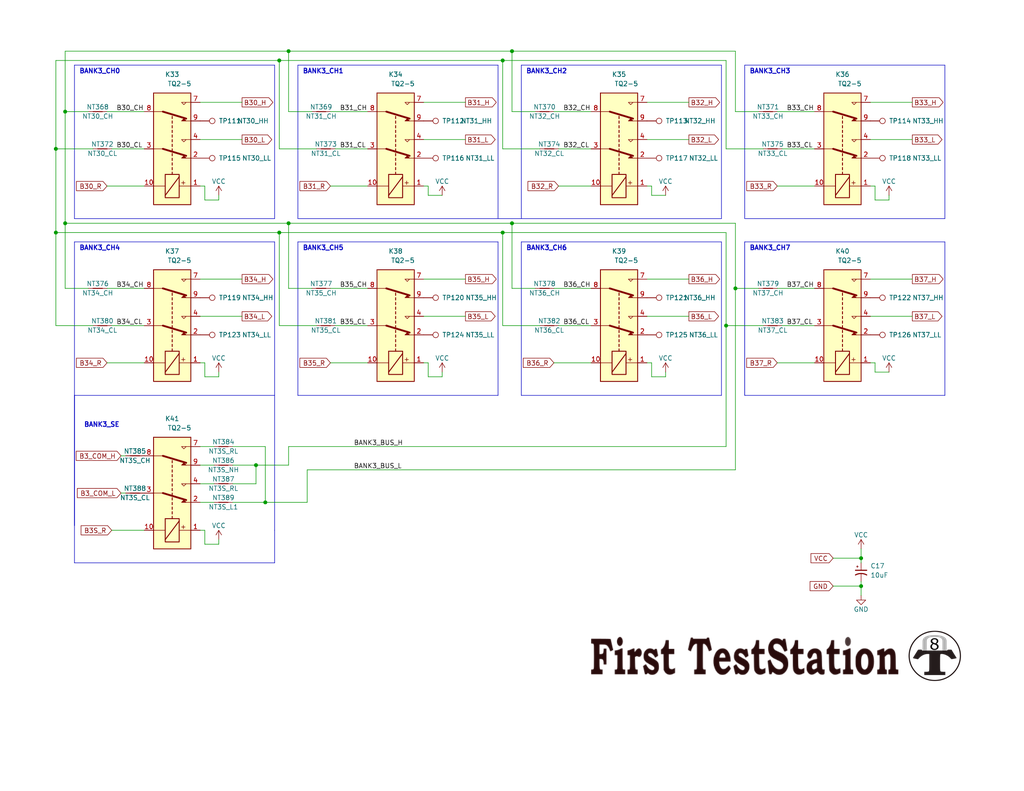
<source format=kicad_sch>
(kicad_sch (version 20230121) (generator eeschema)
  (paper "A")
  (title_block (title "Interconnect IO Board  640-1000-011") (date "2024-10-12") (rev "1.1"))
  (lib_symbols
    (symbol "Library:C_Polarized_Small_US" (pin_numbers hide) (pin_names (offset 0.254) hide)
      (property "Reference" "C" (at 0.254 1.778 0))
      (property "Value" "C_Polarized_Small_US" (at 0.254 -2.032 0))
      (symbol "C_Polarized_Small_US_0_1"
        (polyline (pts (xy -1.524 0.508) (xy 1.524 0.508)) (stroke (width 0.3048)))
        (polyline (pts (xy -1.27 1.524) (xy -0.762 1.524)))
        (polyline (pts (xy -1.016 1.27) (xy -1.016 1.778)))
        (arc (start 1.524 -0.762) (mid 0 -0.3734) (end -1.524 -0.762) (stroke (width 0.3048)))
      )
      (symbol "C_Polarized_Small_US_1_1"
        (pin passive line (at 0 2.54 270) (length 2.032) (name "~") (number "1"))
        (pin passive line (at 0 -2.54 90) (length 2.032) (name "~") (number "2"))
      )
    )
    (symbol "Library:NetTie_2" (pin_numbers hide) (pin_names (offset 0) hide)
      (property "Reference" "NT" (at 0 1.27 0))
      (property "Value" "NetTie_2" (at 0 -1.27 0))
      (symbol "NetTie_2_0_1"
        (polyline (pts (xy -1.27 0) (xy 1.27 0)) (stroke (width 0.254)))
      )
      (symbol "NetTie_2_1_1"
        (pin passive line (at -2.54 0 0) (length 2.54) (name "1") (number "1"))
        (pin passive line (at 2.54 0 180) (length 2.54) (name "2") (number "2"))
      )
    )
    (symbol "Library:TQ2-5"
      (property "Reference" "K?" (at 17.78 1.2701 0))
      (property "Value" "TQ2-5" (at 17.78 -1.2699 0))
      (symbol "TQ2-5_0_0"
        (text "+" (at -9.271 2.921 0) (effects (font (size 1.27 1.27))))
      )
      (symbol "TQ2-5_0_1"
        (rectangle (start -15.24 5.08) (end 15.24 -5.08) (stroke (width 0.254)) (fill (type background)))
        (rectangle (start -13.335 1.905) (end -6.985 -1.905) (stroke (width 0.254)))
        (polyline (pts (xy -12.7 -1.905) (xy -7.62 1.905)) (stroke (width 0.254)))
        (polyline (pts (xy -10.16 -5.08) (xy -10.16 -1.905)))
        (polyline (pts (xy -10.16 5.08) (xy -10.16 1.905)))
        (polyline (pts (xy -6.985 0) (xy -6.35 0)) (stroke (width 0.254)))
        (polyline (pts (xy -5.715 0) (xy -5.08 0)) (stroke (width 0.254)))
        (polyline (pts (xy -4.445 0) (xy -3.81 0)) (stroke (width 0.254)))
        (polyline (pts (xy -3.175 0) (xy -2.54 0)) (stroke (width 0.254)))
        (polyline (pts (xy -1.905 0) (xy -1.27 0)) (stroke (width 0.254)))
        (polyline (pts (xy -0.635 0) (xy 0 0)) (stroke (width 0.254)))
        (polyline (pts (xy 0 -2.54) (xy -1.905 3.81)) (stroke (width 0.508)))
        (polyline (pts (xy 0 -2.54) (xy 0 -5.08)))
        (polyline (pts (xy 0.635 0) (xy 1.27 0)) (stroke (width 0.254)))
        (polyline (pts (xy 1.905 0) (xy 2.54 0)) (stroke (width 0.254)))
        (polyline (pts (xy 3.175 0) (xy 3.81 0)) (stroke (width 0.254)))
        (polyline (pts (xy 4.445 0) (xy 5.08 0)) (stroke (width 0.254)))
        (polyline (pts (xy 5.715 0) (xy 6.35 0)) (stroke (width 0.254)))
        (polyline (pts (xy 6.985 0) (xy 7.62 0)) (stroke (width 0.254)))
        (polyline (pts (xy 8.255 0) (xy 8.89 0)) (stroke (width 0.254)))
        (polyline (pts (xy 10.16 -2.54) (xy 8.255 3.81)) (stroke (width 0.508)))
        (polyline (pts (xy 10.16 -2.54) (xy 10.16 -5.08)))
        (polyline (pts (xy -2.54 5.08) (xy -2.54 2.54) (xy -1.905 3.175) (xy -2.54 3.81)) (fill (type outline)))
        (polyline (pts (xy 2.54 5.08) (xy 2.54 2.54) (xy 1.905 3.175) (xy 2.54 3.81)))
        (polyline (pts (xy 7.62 5.08) (xy 7.62 2.54) (xy 8.255 3.175) (xy 7.62 3.81)) (fill (type outline)))
        (polyline (pts (xy 12.7 5.08) (xy 12.7 2.54) (xy 12.065 3.175) (xy 12.7 3.81)))
      )
      (symbol "TQ2-5_1_1"
        (pin passive line (at -10.16 7.62 270) (length 2.54) (name "~") (number "1"))
        (pin passive line (at -10.16 -7.62 90) (length 2.54) (name "~") (number "10"))
        (pin passive line (at -2.54 7.62 270) (length 2.54) (name "~") (number "2"))
        (pin passive line (at 0 -7.62 90) (length 2.54) (name "~") (number "3"))
        (pin passive line (at 2.54 7.62 270) (length 2.54) (name "~") (number "4"))
        (pin passive line (at 12.7 7.62 270) (length 2.54) (name "~") (number "7"))
        (pin passive line (at 10.16 -7.62 90) (length 2.54) (name "~") (number "8"))
        (pin passive line (at 7.62 7.62 270) (length 2.54) (name "~") (number "9"))
      )
    )
    (symbol "Library:TestPoint" (pin_numbers hide) (pin_names (offset 0.762) hide)
      (property "Reference" "TP" (at 0 6.858 0))
      (property "Value" "TestPoint" (at 0 5.08 0))
      (symbol "TestPoint_0_1"
        (circle (center 0 3.302) (radius 0.762))
      )
      (symbol "TestPoint_1_1"
        (pin passive line (at 0 0 90) (length 2.54) (name "1") (number "1"))
      )
    )
    (symbol "power:GND" (power) (pin_names (offset 0))
      (property "Value" "GND" (at 0 -3.81 0))
      (symbol "GND_0_1"
        (polyline (pts (xy 0 0) (xy 0 -1.27) (xy 1.27 -1.27) (xy 0 -2.54) (xy -1.27 -1.27) (xy 0 -1.27)))
      )
      (symbol "GND_1_1"
        (pin power_in line (at 0 0 270) (length 0) hide (name "GND") (number "1"))
      )
    )
    (symbol "power:VCC" (power) (pin_names (offset 0))
      (property "Value" "VCC" (at 0 3.81 0))
      (symbol "VCC_0_1"
        (polyline (pts (xy -0.762 1.27) (xy 0 2.54)))
        (polyline (pts (xy 0 0) (xy 0 2.54)))
        (polyline (pts (xy 0 2.54) (xy 0.762 1.27)))
      )
      (symbol "VCC_1_1"
        (pin power_in line (at 0 0 90) (length 0) hide (name "VCC") (number "1"))
      )
    )
  )
  (junction (at 17.78 30.48))
  (junction (at 200.66 78.74))
  (junction (at 137.16 63.5))
  (junction (at 78.74 13.97))
  (junction (at 139.7 60.96))
  (junction (at 234.95 152.4))
  (junction (at 139.7 13.97))
  (junction (at 76.2 63.5))
  (junction (at 76.2 16.51))
  (junction (at 78.74 60.96))
  (junction (at 17.78 60.96))
  (junction (at 69.85 127))
  (junction (at 137.16 16.51))
  (junction (at 198.12 88.9))
  (junction (at 15.24 40.64))
  (junction (at 15.24 63.5))
  (junction (at 72.39 137.16))
  (junction (at 234.95 160.02))
  (wire (pts (xy 137.16 63.5) (xy 198.12 63.5)))
  (wire (pts (xy 30.48 144.78) (xy 39.37 144.78)))
  (polyline (pts (xy 196.85 17.78) (xy 142.24 17.78)))
  (wire (pts (xy 177.8 99.06) (xy 177.8 102.87)))
  (wire (pts (xy 212.09 78.74) (xy 222.25 78.74)))
  (wire (pts (xy 238.76 50.8) (xy 238.76 54.61)))
  (wire (pts (xy 17.78 78.74) (xy 17.78 60.96)))
  (wire (pts (xy 78.74 121.92) (xy 198.12 121.92)))
  (wire (pts (xy 212.09 30.48) (xy 222.25 30.48)))
  (polyline (pts (xy 196.85 59.69) (xy 196.85 17.78)))
  (wire (pts (xy 55.88 144.78) (xy 55.88 148.59)))
  (wire (pts (xy 198.12 88.9) (xy 208.28 88.9)))
  (wire (pts (xy 91.44 40.64) (xy 100.33 40.64)))
  (wire (pts (xy 55.88 50.8) (xy 55.88 54.61)))
  (wire (pts (xy 120.65 101.6) (xy 120.65 102.87)))
  (wire (pts (xy 15.24 40.64) (xy 25.4 40.64)))
  (polyline (pts (xy 20.32 107.95) (xy 20.32 153.67)))
  (wire (pts (xy 115.57 76.2) (xy 127 76.2)))
  (wire (pts (xy 76.2 16.51) (xy 137.16 16.51)))
  (wire (pts (xy 15.24 63.5) (xy 76.2 63.5)))
  (wire (pts (xy 63.5 127) (xy 69.85 127)))
  (polyline (pts (xy 20.32 107.95) (xy 20.32 143.51)))
  (wire (pts (xy 29.21 99.06) (xy 39.37 99.06)))
  (wire (pts (xy 176.53 76.2) (xy 187.96 76.2)))
  (polyline (pts (xy 74.93 144.78) (xy 74.93 66.04)))
  (wire (pts (xy 238.76 99.06) (xy 237.49 99.06)))
  (wire (pts (xy 115.57 86.36) (xy 127 86.36)))
  (polyline (pts (xy 257.81 107.95) (xy 257.81 66.04)))
  (wire (pts (xy 151.13 99.06) (xy 161.29 99.06)))
  (wire (pts (xy 151.13 78.74) (xy 161.29 78.74)))
  (polyline (pts (xy 203.2 59.69) (xy 257.81 59.69)))
  (wire (pts (xy 55.88 99.06) (xy 55.88 102.87)))
  (polyline (pts (xy 74.93 153.67) (xy 74.93 144.78)))
  (polyline (pts (xy 74.93 17.78) (xy 20.32 17.78)))
  (wire (pts (xy 29.21 30.48) (xy 39.37 30.48)))
  (wire (pts (xy 115.57 38.1) (xy 127 38.1)))
  (wire (pts (xy 55.88 99.06) (xy 54.61 99.06)))
  (polyline (pts (xy 142.24 17.78) (xy 142.24 59.69)))
  (wire (pts (xy 85.09 30.48) (xy 78.74 30.48)))
  (wire (pts (xy 55.88 50.8) (xy 54.61 50.8)))
  (wire (pts (xy 152.4 88.9) (xy 161.29 88.9)))
  (wire (pts (xy 212.09 99.06) (xy 222.25 99.06)))
  (wire (pts (xy 200.66 78.74) (xy 200.66 128.27)))
  (wire (pts (xy 59.69 101.6) (xy 59.69 102.87)))
  (wire (pts (xy 54.61 127) (xy 58.42 127)))
  (wire (pts (xy 139.7 30.48) (xy 139.7 13.97)))
  (wire (pts (xy 54.61 86.36) (xy 66.04 86.36)))
  (wire (pts (xy 120.65 102.87) (xy 116.84 102.87)))
  (wire (pts (xy 54.61 27.94) (xy 66.04 27.94)))
  (polyline (pts (xy 135.89 59.69) (xy 135.89 17.78)))
  (polyline (pts (xy 196.85 66.04) (xy 142.24 66.04)))
  (polyline (pts (xy 203.2 66.04) (xy 203.2 107.95)))
  (wire (pts (xy 15.24 88.9) (xy 25.4 88.9)))
  (wire (pts (xy 198.12 121.92) (xy 198.12 88.9)))
  (wire (pts (xy 17.78 13.97) (xy 17.78 30.48)))
  (wire (pts (xy 237.49 27.94) (xy 248.92 27.94)))
  (wire (pts (xy 33.02 124.46) (xy 34.29 124.46)))
  (wire (pts (xy 54.61 38.1) (xy 66.04 38.1)))
  (wire (pts (xy 33.02 134.62) (xy 34.29 134.62)))
  (wire (pts (xy 227.33 160.02) (xy 234.95 160.02)))
  (polyline (pts (xy 135.89 66.04) (xy 81.28 66.04)))
  (wire (pts (xy 234.95 160.02) (xy 234.95 158.75)))
  (wire (pts (xy 54.61 121.92) (xy 58.42 121.92)))
  (wire (pts (xy 237.49 38.1) (xy 248.92 38.1)))
  (wire (pts (xy 181.61 53.34) (xy 177.8 53.34)))
  (wire (pts (xy 54.61 132.08) (xy 58.42 132.08)))
  (wire (pts (xy 116.84 99.06) (xy 116.84 102.87)))
  (wire (pts (xy 59.69 147.32) (xy 59.69 148.59)))
  (wire (pts (xy 237.49 86.36) (xy 248.92 86.36)))
  (wire (pts (xy 200.66 60.96) (xy 139.7 60.96)))
  (wire (pts (xy 91.44 88.9) (xy 100.33 88.9)))
  (wire (pts (xy 76.2 40.64) (xy 76.2 16.51)))
  (wire (pts (xy 63.5 121.92) (xy 72.39 121.92)))
  (polyline (pts (xy 142.24 59.69) (xy 196.85 59.69)))
  (polyline (pts (xy 196.85 107.95) (xy 196.85 66.04)))
  (polyline (pts (xy 74.93 59.69) (xy 74.93 17.78)))
  (wire (pts (xy 137.16 63.5) (xy 137.16 88.9)))
  (wire (pts (xy 176.53 27.94) (xy 187.96 27.94)))
  (wire (pts (xy 17.78 30.48) (xy 24.13 30.48)))
  (wire (pts (xy 242.57 54.61) (xy 238.76 54.61)))
  (wire (pts (xy 83.82 137.16) (xy 72.39 137.16)))
  (wire (pts (xy 212.09 50.8) (xy 222.25 50.8)))
  (wire (pts (xy 69.85 127) (xy 78.74 127)))
  (wire (pts (xy 139.7 60.96) (xy 139.7 78.74)))
  (wire (pts (xy 200.66 128.27) (xy 83.82 128.27)))
  (polyline (pts (xy 257.81 17.78) (xy 203.2 17.78)))
  (wire (pts (xy 137.16 16.51) (xy 137.16 40.64)))
  (wire (pts (xy 200.66 30.48) (xy 200.66 13.97)))
  (wire (pts (xy 54.61 137.16) (xy 58.42 137.16)))
  (wire (pts (xy 90.17 99.06) (xy 100.33 99.06)))
  (wire (pts (xy 15.24 63.5) (xy 15.24 40.64)))
  (polyline (pts (xy 203.2 66.04) (xy 203.2 107.95)))
  (wire (pts (xy 115.57 27.94) (xy 127 27.94)))
  (polyline (pts (xy 81.28 59.69) (xy 135.89 59.69)))
  (wire (pts (xy 116.84 50.8) (xy 115.57 50.8)))
  (polyline (pts (xy 142.24 107.95) (xy 196.85 107.95)))
  (wire (pts (xy 213.36 40.64) (xy 222.25 40.64)))
  (wire (pts (xy 176.53 38.1) (xy 187.96 38.1)))
  (polyline (pts (xy 203.2 107.95) (xy 257.81 107.95)))
  (wire (pts (xy 17.78 60.96) (xy 17.78 30.48)))
  (wire (pts (xy 181.61 101.6) (xy 181.61 102.87)))
  (wire (pts (xy 55.88 144.78) (xy 54.61 144.78)))
  (wire (pts (xy 116.84 99.06) (xy 115.57 99.06)))
  (wire (pts (xy 139.7 13.97) (xy 78.74 13.97)))
  (polyline (pts (xy 81.28 107.95) (xy 81.28 66.04)))
  (wire (pts (xy 177.8 50.8) (xy 176.53 50.8)))
  (wire (pts (xy 76.2 88.9) (xy 86.36 88.9)))
  (wire (pts (xy 24.13 78.74) (xy 17.78 78.74)))
  (wire (pts (xy 15.24 16.51) (xy 76.2 16.51)))
  (wire (pts (xy 63.5 132.08) (xy 69.85 132.08)))
  (wire (pts (xy 69.85 132.08) (xy 69.85 127)))
  (wire (pts (xy 237.49 76.2) (xy 248.92 76.2)))
  (wire (pts (xy 30.48 40.64) (xy 39.37 40.64)))
  (polyline (pts (xy 20.32 153.67) (xy 74.93 153.67)))
  (wire (pts (xy 198.12 40.64) (xy 198.12 16.51)))
  (wire (pts (xy 17.78 60.96) (xy 78.74 60.96)))
  (wire (pts (xy 29.21 78.74) (xy 39.37 78.74)))
  (wire (pts (xy 15.24 40.64) (xy 15.24 16.51)))
  (wire (pts (xy 29.21 50.8) (xy 39.37 50.8)))
  (wire (pts (xy 207.01 78.74) (xy 200.66 78.74)))
  (wire (pts (xy 78.74 60.96) (xy 139.7 60.96)))
  (wire (pts (xy 76.2 63.5) (xy 76.2 88.9)))
  (wire (pts (xy 72.39 137.16) (xy 63.5 137.16)))
  (wire (pts (xy 238.76 50.8) (xy 237.49 50.8)))
  (wire (pts (xy 76.2 40.64) (xy 86.36 40.64)))
  (wire (pts (xy 59.69 53.34) (xy 59.69 54.61)))
  (polyline (pts (xy 74.93 107.95) (xy 20.32 107.95)))
  (wire (pts (xy 116.84 50.8) (xy 116.84 53.34)))
  (wire (pts (xy 177.8 50.8) (xy 177.8 53.34)))
  (wire (pts (xy 181.61 102.87) (xy 177.8 102.87)))
  (wire (pts (xy 152.4 40.64) (xy 161.29 40.64)))
  (wire (pts (xy 198.12 16.51) (xy 137.16 16.51)))
  (wire (pts (xy 59.69 148.59) (xy 55.88 148.59)))
  (wire (pts (xy 234.95 149.86) (xy 234.95 152.4)))
  (wire (pts (xy 78.74 78.74) (xy 85.09 78.74)))
  (polyline (pts (xy 20.32 66.04) (xy 20.32 107.95)))
  (wire (pts (xy 227.33 152.4) (xy 234.95 152.4)))
  (wire (pts (xy 78.74 13.97) (xy 17.78 13.97)))
  (wire (pts (xy 198.12 63.5) (xy 198.12 88.9)))
  (wire (pts (xy 30.48 88.9) (xy 39.37 88.9)))
  (wire (pts (xy 176.53 86.36) (xy 187.96 86.36)))
  (wire (pts (xy 90.17 50.8) (xy 100.33 50.8)))
  (polyline (pts (xy 81.28 107.95) (xy 135.89 107.95)))
  (wire (pts (xy 76.2 63.5) (xy 137.16 63.5)))
  (wire (pts (xy 152.4 50.8) (xy 161.29 50.8)))
  (wire (pts (xy 90.17 78.74) (xy 100.33 78.74)))
  (polyline (pts (xy 20.32 59.69) (xy 74.93 59.69)))
  (wire (pts (xy 242.57 53.34) (xy 242.57 54.61)))
  (wire (pts (xy 78.74 30.48) (xy 78.74 13.97)))
  (wire (pts (xy 234.95 160.02) (xy 234.95 162.56)))
  (wire (pts (xy 78.74 60.96) (xy 78.74 78.74)))
  (wire (pts (xy 177.8 99.06) (xy 176.53 99.06)))
  (polyline (pts (xy 257.81 59.69) (xy 257.81 17.78)))
  (polyline (pts (xy 135.89 17.78) (xy 81.28 17.78)))
  (polyline (pts (xy 203.2 17.78) (xy 203.2 59.69)))
  (polyline (pts (xy 81.28 17.78) (xy 81.28 59.69)))
  (wire (pts (xy 90.17 30.48) (xy 100.33 30.48)))
  (wire (pts (xy 200.66 13.97) (xy 139.7 13.97)))
  (wire (pts (xy 59.69 54.61) (xy 55.88 54.61)))
  (wire (pts (xy 72.39 121.92) (xy 72.39 137.16)))
  (polyline (pts (xy 142.24 107.95) (xy 142.24 66.04)))
  (polyline (pts (xy 135.89 107.95) (xy 135.89 66.04)))
  (polyline (pts (xy 257.81 66.04) (xy 203.2 66.04)))
  (polyline (pts (xy 135.89 59.69) (xy 142.24 59.69)))
  (wire (pts (xy 200.66 78.74) (xy 200.66 60.96)))
  (wire (pts (xy 83.82 128.27) (xy 83.82 137.16)))
  (wire (pts (xy 234.95 152.4) (xy 234.95 153.67)))
  (wire (pts (xy 242.57 101.6) (xy 238.76 101.6)))
  (wire (pts (xy 198.12 40.64) (xy 208.28 40.64)))
  (wire (pts (xy 137.16 88.9) (xy 147.32 88.9)))
  (wire (pts (xy 146.05 30.48) (xy 139.7 30.48)))
  (wire (pts (xy 120.65 53.34) (xy 116.84 53.34)))
  (wire (pts (xy 151.13 30.48) (xy 161.29 30.48)))
  (wire (pts (xy 78.74 121.92) (xy 78.74 127)))
  (polyline (pts (xy 74.93 66.04) (xy 20.32 66.04)))
  (wire (pts (xy 59.69 102.87) (xy 55.88 102.87)))
  (wire (pts (xy 54.61 76.2) (xy 66.04 76.2)))
  (wire (pts (xy 15.24 63.5) (xy 15.24 88.9)))
  (wire (pts (xy 238.76 99.06) (xy 238.76 101.6)))
  (wire (pts (xy 137.16 40.64) (xy 147.32 40.64)))
  (wire (pts (xy 213.36 88.9) (xy 222.25 88.9)))
  (wire (pts (xy 207.01 30.48) (xy 200.66 30.48)))
  (wire (pts (xy 139.7 78.74) (xy 146.05 78.74)))
  (polyline (pts (xy 20.32 17.78) (xy 20.32 59.69)))
  (image (at 255.27 179.07))
  (image (at 203.2 179.07) (scale 2.13772))
  (text "BANK3_SE" (at 22.86 116.84 0) (effects (font (size 1.27 1.27) (thickness 0.254) bold) (justify left bottom)))
  (text "BANK3_CH6" (at 143.51 68.58 0) (effects (font (size 1.27 1.27) (thickness 0.254) bold) (justify left bottom)))
  (text "BANK3_CH5" (at 82.55 68.58 0) (effects (font (size 1.27 1.27) (thickness 0.254) bold) (justify left bottom)))
  (text "BANK3_CH1" (at 82.55 20.32 0) (effects (font (size 1.27 1.27) (thickness 0.254) bold) (justify left bottom)))
  (text "BANK3_CH4" (at 21.59 68.58 0) (effects (font (size 1.27 1.27) (thickness 0.254) bold) (justify left bottom)))
  (text "BANK3_CH3" (at 204.47 20.32 0) (effects (font (size 1.27 1.27) (thickness 0.254) bold) (justify left bottom)))
  (text "BANK3_CH7" (at 204.47 68.58 0) (effects (font (size 1.27 1.27) (thickness 0.254) bold) (justify left bottom)))
  (text "BANK3_CH0" (at 21.59 20.32 0) (effects (font (size 1.27 1.27) (thickness 0.254) bold) (justify left bottom)))
  (text "BANK3_CH2" (at 143.51 20.32 0) (effects (font (size 1.27 1.27) (thickness 0.254) bold) (justify left bottom)))
  (label "BANK3_BUS_L" (at 96.52 128.27 0))
  (label "B37_CL" (at 214.63 88.9 0))
  (label "B36_CH" (at 153.67 78.74 0))
  (label "B36_CL" (at 153.67 88.9 0))
  (label "B30_CL" (at 31.75 40.64 0))
  (label "B34_CH" (at 31.75 78.74 0))
  (label "B35_CL" (at 92.71 88.9 0))
  (label "BANK3_BUS_H" (at 96.52 121.92 0))
  (label "B33_CL" (at 214.63 40.64 0))
  (label "B30_CH" (at 31.75 30.48 0))
  (label "B34_CL" (at 31.75 88.9 0))
  (label "B31_CH" (at 92.71 30.48 0))
  (label "B35_CH" (at 92.71 78.74 0))
  (label "B32_CL" (at 153.67 40.64 0))
  (label "B31_CL" (at 92.71 40.64 0))
  (label "B32_CH" (at 153.67 30.48 0))
  (label "B37_CH" (at 214.63 78.74 0))
  (label "B33_CH" (at 214.63 30.48 0))
  (global_label "B3_COM_H" (shape input) (at 33.02 124.46 180) (property "Intersheetrefs" "${INTERSHEET_REFS}" (effects hide)))
  (global_label "B35_H" (shape output) (at 127 76.2 0) (property "Intersheetrefs" "${INTERSHEET_REFS}" (effects hide)))
  (global_label "B32_L" (shape output) (at 187.96 38.1 0) (property "Intersheetrefs" "${INTERSHEET_REFS}" (effects hide)))
  (global_label "B3_COM_L" (shape input) (at 33.02 134.62 180) (property "Intersheetrefs" "${INTERSHEET_REFS}" (effects hide)))
  (global_label "B35_L" (shape output) (at 127 86.36 0) (property "Intersheetrefs" "${INTERSHEET_REFS}" (effects hide)))
  (global_label "B36_H" (shape output) (at 187.96 76.2 0) (property "Intersheetrefs" "${INTERSHEET_REFS}" (effects hide)))
  (global_label "B36_L" (shape output) (at 187.96 86.36 0) (property "Intersheetrefs" "${INTERSHEET_REFS}" (effects hide)))
  (global_label "B30_H" (shape output) (at 66.04 27.94 0) (property "Intersheetrefs" "${INTERSHEET_REFS}" (effects hide)))
  (global_label "B37_H" (shape output) (at 248.92 76.2 0) (property "Intersheetrefs" "${INTERSHEET_REFS}" (effects hide)))
  (global_label "B32_H" (shape output) (at 187.96 27.94 0) (property "Intersheetrefs" "${INTERSHEET_REFS}" (effects hide)))
  (global_label "B36_R" (shape input) (at 151.13 99.06 180) (property "Intersheetrefs" "${INTERSHEET_REFS}" (effects hide)))
  (global_label "VCC" (shape input) (at 227.33 152.4 180) (property "Intersheetrefs" "${INTERSHEET_REFS}" (effects hide)))
  (global_label "B37_L" (shape output) (at 248.92 86.36 0) (property "Intersheetrefs" "${INTERSHEET_REFS}" (effects hide)))
  (global_label "B34_H" (shape output) (at 66.04 76.2 0) (property "Intersheetrefs" "${INTERSHEET_REFS}" (effects hide)))
  (global_label "B33_L" (shape output) (at 248.92 38.1 0) (property "Intersheetrefs" "${INTERSHEET_REFS}" (effects hide)))
  (global_label "B34_R" (shape input) (at 29.21 99.06 180) (property "Intersheetrefs" "${INTERSHEET_REFS}" (effects hide)))
  (global_label "B34_L" (shape output) (at 66.04 86.36 0) (property "Intersheetrefs" "${INTERSHEET_REFS}" (effects hide)))
  (global_label "B31_R" (shape input) (at 90.17 50.8 180) (property "Intersheetrefs" "${INTERSHEET_REFS}" (effects hide)))
  (global_label "B33_R" (shape input) (at 212.09 50.8 180) (property "Intersheetrefs" "${INTERSHEET_REFS}" (effects hide)))
  (global_label "B37_R" (shape input) (at 212.09 99.06 180) (property "Intersheetrefs" "${INTERSHEET_REFS}" (effects hide)))
  (global_label "B32_R" (shape input) (at 152.4 50.8 180) (property "Intersheetrefs" "${INTERSHEET_REFS}" (effects hide)))
  (global_label "B31_H" (shape output) (at 127 27.94 0) (property "Intersheetrefs" "${INTERSHEET_REFS}" (effects hide)))
  (global_label "B3S_R" (shape input) (at 30.48 144.78 180) (property "Intersheetrefs" "${INTERSHEET_REFS}" (effects hide)))
  (global_label "GND" (shape input) (at 227.33 160.02 180) (property "Intersheetrefs" "${INTERSHEET_REFS}" (effects hide)))
  (global_label "B30_R" (shape input) (at 29.21 50.8 180) (property "Intersheetrefs" "${INTERSHEET_REFS}" (effects hide)))
  (global_label "B31_L" (shape output) (at 127 38.1 0) (property "Intersheetrefs" "${INTERSHEET_REFS}" (effects hide)))
  (global_label "B30_L" (shape output) (at 66.04 38.1 0) (property "Intersheetrefs" "${INTERSHEET_REFS}" (effects hide)))
  (global_label "B33_H" (shape output) (at 248.92 27.94 0) (property "Intersheetrefs" "${INTERSHEET_REFS}" (effects hide)))
  (global_label "B35_R" (shape input) (at 90.17 99.06 180) (property "Intersheetrefs" "${INTERSHEET_REFS}" (effects hide)))
  (symbol (lib_id "Library:NetTie_2") (at 60.96 132.08 0) (unit 1)
    (property "Reference" "NT387" (at 60.96 130.81 0))
    (property "Value" "NT3S_RL" (at 60.96 133.35 0))
    (property "Footprint" "NetTie:NetTie-2_Front1.0mm" (effects hide))
  )
  (symbol (lib_id "Library:TQ2-5") (at 107.95 40.64 270) (mirror x) (unit 1)
    (property "Reference" "K34" (at 107.95 20.32 90))
    (property "Value" "TQ2-5" (at 106.6801 22.86 90) (effects (justify left)))
    (property "Footprint" "Relay_THT:Relay_DPDT_FRT5" (effects hide))
    (property "Datasheet" "http://omronfs.omron.com/en_US/ecb/products/pdf/en-tq2.pdf" (effects hide))
  )
  (symbol (lib_id "Library:TestPoint") (at 237.49 91.44 270) (unit 1)
    (property "Reference" "TP126" (at 242.57 91.44 90) (effects (justify left)))
    (property "Value" "NT37_LL" (at 248.92 91.44 90) (effects (justify left)))
    (property "Footprint" "TestPoint:TestPoint_THTPad_D1.5mm_Drill0.7mm" (effects hide))
  )
  (symbol (lib_id "power:VCC") (at 242.57 53.34 0) (unit 1)
    (property "Reference" "#PWR068" (effects hide))
    (property "Value" "VCC" (at 242.57 49.53 0))
  )
  (symbol (lib_id "Library:NetTie_2") (at 88.9 88.9 0) (unit 1)
    (property "Reference" "NT381" (at 88.9 87.63 0))
    (property "Value" "NT35_CL" (at 88.9 90.17 0))
    (property "Footprint" "NetTie:NetTie-2_Front1.0mm" (effects hide))
  )
  (symbol (lib_id "Library:NetTie_2") (at 36.83 134.62 0) (unit 1)
    (property "Reference" "NT388" (at 36.83 133.35 0))
    (property "Value" "NT3S_CL" (at 36.83 135.89 0))
    (property "Footprint" "NetTie:NetTie-2_Front1.0mm" (effects hide))
  )
  (symbol (lib_id "Library:NetTie_2") (at 148.59 78.74 0) (unit 1)
    (property "Reference" "NT378" (at 148.59 77.47 0))
    (property "Value" "NT36_CH" (at 148.59 80.01 0))
    (property "Footprint" "NetTie:NetTie-2_Front1.0mm" (effects hide))
  )
  (symbol (lib_id "Library:C_Polarized_Small_US") (at 234.95 156.21 0) (unit 1)
    (property "Reference" "C17" (at 237.49 154.5081 0) (effects (justify left)))
    (property "Value" "10uF" (at 237.49 157.0481 0) (effects (justify left)))
    (property "Footprint" "Capacitor_THT:CP_Radial_D4.0mm_P2.00mm" (effects hide))
  )
  (symbol (lib_id "power:VCC") (at 181.61 53.34 0) (unit 1)
    (property "Reference" "#PWR067" (effects hide))
    (property "Value" "VCC" (at 181.61 49.53 0))
  )
  (symbol (lib_id "Library:NetTie_2") (at 87.63 78.74 0) (unit 1)
    (property "Reference" "NT377" (at 87.63 77.47 0))
    (property "Value" "NT35_CH" (at 87.63 80.01 0))
    (property "Footprint" "NetTie:NetTie-2_Front1.0mm" (effects hide))
  )
  (symbol (lib_id "Library:NetTie_2") (at 209.55 78.74 0) (unit 1)
    (property "Reference" "NT379" (at 209.55 77.47 0))
    (property "Value" "NT37_CH" (at 209.55 80.01 0))
    (property "Footprint" "NetTie:NetTie-2_Front1.0mm" (effects hide))
  )
  (symbol (lib_id "Library:TestPoint") (at 176.53 81.28 270) (unit 1)
    (property "Reference" "TP121" (at 181.61 81.28 90) (effects (justify left)))
    (property "Value" "NT36_HH" (at 186.69 81.28 90) (effects (justify left)))
    (property "Footprint" "TestPoint:TestPoint_THTPad_D1.5mm_Drill0.7mm" (effects hide))
  )
  (symbol (lib_id "power:VCC") (at 59.69 147.32 0) (unit 1)
    (property "Reference" "#PWR086" (effects hide))
    (property "Value" "VCC" (at 59.69 143.51 0))
  )
  (symbol (lib_id "Library:NetTie_2") (at 88.9 40.64 0) (unit 1)
    (property "Reference" "NT373" (at 88.9 39.37 0))
    (property "Value" "NT31_CL" (at 88.9 41.91 0))
    (property "Footprint" "NetTie:NetTie-2_Front1.0mm" (effects hide))
  )
  (symbol (lib_id "Library:TestPoint") (at 176.53 33.02 270) (unit 1)
    (property "Reference" "TP113" (at 181.61 33.02 90) (effects (justify left)))
    (property "Value" "NT32_HH" (at 186.69 33.02 90) (effects (justify left)))
    (property "Footprint" "TestPoint:TestPoint_THTPad_D1.5mm_Drill0.7mm" (effects hide))
  )
  (symbol (lib_id "Library:TQ2-5") (at 107.95 88.9 270) (mirror x) (unit 1)
    (property "Reference" "K38" (at 107.95 68.58 90))
    (property "Value" "TQ2-5" (at 106.6801 71.12 90) (effects (justify left)))
    (property "Footprint" "Relay_THT:Relay_DPDT_FRT5" (effects hide))
    (property "Datasheet" "http://omronfs.omron.com/en_US/ecb/products/pdf/en-tq2.pdf" (effects hide))
  )
  (symbol (lib_id "power:VCC") (at 120.65 101.6 0) (unit 1)
    (property "Reference" "#PWR070" (effects hide))
    (property "Value" "VCC" (at 120.65 97.79 0))
  )
  (symbol (lib_id "Library:TestPoint") (at 115.57 91.44 270) (unit 1)
    (property "Reference" "TP124" (at 120.65 91.44 90) (effects (justify left)))
    (property "Value" "NT35_LL" (at 127 91.44 90) (effects (justify left)))
    (property "Footprint" "TestPoint:TestPoint_THTPad_D1.5mm_Drill0.7mm" (effects hide))
  )
  (symbol (lib_id "Library:NetTie_2") (at 36.83 124.46 0) (unit 1)
    (property "Reference" "NT385" (at 36.83 123.19 0))
    (property "Value" "NT3S_CH" (at 36.83 125.73 0))
    (property "Footprint" "NetTie:NetTie-2_Front1.0mm" (effects hide))
  )
  (symbol (lib_id "power:VCC") (at 120.65 53.34 0) (unit 1)
    (property "Reference" "#PWR066" (effects hide))
    (property "Value" "VCC" (at 120.65 49.53 0))
  )
  (symbol (lib_id "Library:NetTie_2") (at 26.67 30.48 0) (unit 1)
    (property "Reference" "NT368" (at 26.67 29.21 0))
    (property "Value" "NT30_CH" (at 26.67 31.75 0))
    (property "Footprint" "NetTie:NetTie-2_Front1.0mm" (effects hide))
  )
  (symbol (lib_id "power:VCC") (at 59.69 53.34 0) (unit 1)
    (property "Reference" "#PWR065" (effects hide))
    (property "Value" "VCC" (at 59.69 49.53 0))
  )
  (symbol (lib_id "Library:NetTie_2") (at 60.96 121.92 0) (unit 1)
    (property "Reference" "NT384" (at 60.96 120.65 0))
    (property "Value" "NT3S_RL" (at 60.96 123.19 0))
    (property "Footprint" "NetTie:NetTie-2_Front1.0mm" (effects hide))
  )
  (symbol (lib_id "Library:NetTie_2") (at 148.59 30.48 0) (unit 1)
    (property "Reference" "NT370" (at 148.59 29.21 0))
    (property "Value" "NT32_CH" (at 148.59 31.75 0))
    (property "Footprint" "NetTie:NetTie-2_Front1.0mm" (effects hide))
  )
  (symbol (lib_id "power:GND") (at 234.95 162.56 0) (unit 1)
    (property "Reference" "#PWR089" (effects hide))
    (property "Value" "GND" (at 234.95 166.37 0))
  )
  (symbol (lib_id "Library:TQ2-5") (at 46.99 88.9 270) (mirror x) (unit 1)
    (property "Reference" "K37" (at 46.99 68.58 90))
    (property "Value" "TQ2-5" (at 45.7201 71.12 90) (effects (justify left)))
    (property "Footprint" "Relay_THT:Relay_DPDT_FRT5" (effects hide))
    (property "Datasheet" "http://omronfs.omron.com/en_US/ecb/products/pdf/en-tq2.pdf" (effects hide))
  )
  (symbol (lib_id "Library:NetTie_2") (at 149.86 40.64 0) (unit 1)
    (property "Reference" "NT374" (at 149.86 39.37 0))
    (property "Value" "NT32_CL" (at 149.86 41.91 0))
    (property "Footprint" "NetTie:NetTie-2_Front1.0mm" (effects hide))
  )
  (symbol (lib_id "Library:NetTie_2") (at 60.96 137.16 0) (unit 1)
    (property "Reference" "NT389" (at 60.96 135.89 0))
    (property "Value" "NT3S_L1" (at 60.96 138.43 0))
    (property "Footprint" "NetTie:NetTie-2_Front1.0mm" (effects hide))
  )
  (symbol (lib_id "Library:TestPoint") (at 115.57 81.28 270) (unit 1)
    (property "Reference" "TP120" (at 120.65 81.28 90) (effects (justify left)))
    (property "Value" "NT35_HH" (at 127 81.28 90) (effects (justify left)))
    (property "Footprint" "TestPoint:TestPoint_THTPad_D1.5mm_Drill0.7mm" (effects hide))
  )
  (symbol (lib_id "power:VCC") (at 181.61 101.6 0) (unit 1)
    (property "Reference" "#PWR071" (effects hide))
    (property "Value" "VCC" (at 181.61 97.79 0))
  )
  (symbol (lib_id "Library:TQ2-5") (at 168.91 40.64 270) (mirror x) (unit 1)
    (property "Reference" "K35" (at 168.91 20.32 90))
    (property "Value" "TQ2-5" (at 167.6401 22.86 90) (effects (justify left)))
    (property "Footprint" "Relay_THT:Relay_DPDT_FRT5" (effects hide))
    (property "Datasheet" "http://omronfs.omron.com/en_US/ecb/products/pdf/en-tq2.pdf" (effects hide))
  )
  (symbol (lib_id "Library:TestPoint") (at 54.61 33.02 270) (unit 1)
    (property "Reference" "TP111" (at 59.69 33.02 90) (effects (justify left)))
    (property "Value" "NT30_HH" (at 64.77 33.02 90) (effects (justify left)))
    (property "Footprint" "TestPoint:TestPoint_THTPad_D1.5mm_Drill0.7mm" (effects hide))
  )
  (symbol (lib_id "Library:TestPoint") (at 237.49 81.28 270) (unit 1)
    (property "Reference" "TP122" (at 242.57 81.28 90) (effects (justify left)))
    (property "Value" "NT37_HH" (at 248.92 81.28 90) (effects (justify left)))
    (property "Footprint" "TestPoint:TestPoint_THTPad_D1.5mm_Drill0.7mm" (effects hide))
  )
  (symbol (lib_id "Library:TestPoint") (at 54.61 43.18 270) (unit 1)
    (property "Reference" "TP115" (at 59.69 43.18 90) (effects (justify left)))
    (property "Value" "NT30_LL" (at 66.04 43.18 90) (effects (justify left)))
    (property "Footprint" "TestPoint:TestPoint_THTPad_D1.5mm_Drill0.7mm" (effects hide))
  )
  (symbol (lib_id "Library:TQ2-5") (at 46.99 134.62 270) (mirror x) (unit 1)
    (property "Reference" "K41" (at 46.99 114.3 90))
    (property "Value" "TQ2-5" (at 45.7201 116.84 90) (effects (justify left)))
    (property "Footprint" "Relay_THT:Relay_DPDT_FRT5" (effects hide))
    (property "Datasheet" "http://omronfs.omron.com/en_US/ecb/products/pdf/en-tq2.pdf" (effects hide))
  )
  (symbol (lib_id "Library:TestPoint") (at 54.61 91.44 270) (unit 1)
    (property "Reference" "TP123" (at 59.69 91.44 90) (effects (justify left)))
    (property "Value" "NT34_LL" (at 66.04 91.44 90) (effects (justify left)))
    (property "Footprint" "TestPoint:TestPoint_THTPad_D1.5mm_Drill0.7mm" (effects hide))
  )
  (symbol (lib_id "Library:NetTie_2") (at 27.94 40.64 0) (unit 1)
    (property "Reference" "NT372" (at 27.94 39.37 0))
    (property "Value" "NT30_CL" (at 27.94 41.91 0))
    (property "Footprint" "NetTie:NetTie-2_Front1.0mm" (effects hide))
  )
  (symbol (lib_id "Library:TestPoint") (at 237.49 33.02 270) (unit 1)
    (property "Reference" "TP114" (at 242.57 33.02 90) (effects (justify left)))
    (property "Value" "NT33_HH" (at 248.92 33.02 90) (effects (justify left)))
    (property "Footprint" "TestPoint:TestPoint_THTPad_D1.5mm_Drill0.7mm" (effects hide))
  )
  (symbol (lib_id "Library:NetTie_2") (at 209.55 30.48 0) (unit 1)
    (property "Reference" "NT371" (at 209.55 29.21 0))
    (property "Value" "NT33_CH" (at 209.55 31.75 0))
    (property "Footprint" "NetTie:NetTie-2_Front1.0mm" (effects hide))
  )
  (symbol (lib_id "Library:NetTie_2") (at 87.63 30.48 0) (unit 1)
    (property "Reference" "NT369" (at 87.63 29.21 0))
    (property "Value" "NT31_CH" (at 87.63 31.75 0))
    (property "Footprint" "NetTie:NetTie-2_Front1.0mm" (effects hide))
  )
  (symbol (lib_id "Library:TestPoint") (at 176.53 43.18 270) (unit 1)
    (property "Reference" "TP117" (at 181.61 43.18 90) (effects (justify left)))
    (property "Value" "NT32_LL" (at 187.96 43.18 90) (effects (justify left)))
    (property "Footprint" "TestPoint:TestPoint_THTPad_D1.5mm_Drill0.7mm" (effects hide))
  )
  (symbol (lib_id "Library:TestPoint") (at 115.57 33.02 270) (unit 1)
    (property "Reference" "TP112" (at 120.65 33.02 90) (effects (justify left)))
    (property "Value" "NT31_HH" (at 125.73 33.02 90) (effects (justify left)))
    (property "Footprint" "TestPoint:TestPoint_THTPad_D1.5mm_Drill0.7mm" (effects hide))
  )
  (symbol (lib_id "Library:NetTie_2") (at 60.96 127 0) (unit 1)
    (property "Reference" "NT386" (at 60.96 125.73 0))
    (property "Value" "NT3S_NH" (at 60.96 128.27 0))
    (property "Footprint" "NetTie:NetTie-2_Front1.0mm" (effects hide))
  )
  (symbol (lib_id "Library:NetTie_2") (at 149.86 88.9 0) (unit 1)
    (property "Reference" "NT382" (at 149.86 87.63 0))
    (property "Value" "NT36_CL" (at 149.86 90.17 0))
    (property "Footprint" "NetTie:NetTie-2_Front1.0mm" (effects hide))
  )
  (symbol (lib_id "Library:TestPoint") (at 176.53 91.44 270) (unit 1)
    (property "Reference" "TP125" (at 181.61 91.44 90) (effects (justify left)))
    (property "Value" "NT36_LL" (at 187.96 91.44 90) (effects (justify left)))
    (property "Footprint" "TestPoint:TestPoint_THTPad_D1.5mm_Drill0.7mm" (effects hide))
  )
  (symbol (lib_id "Library:TestPoint") (at 54.61 81.28 270) (unit 1)
    (property "Reference" "TP119" (at 59.69 81.28 90) (effects (justify left)))
    (property "Value" "NT34_HH" (at 66.04 81.28 90) (effects (justify left)))
    (property "Footprint" "TestPoint:TestPoint_THTPad_D1.5mm_Drill0.7mm" (effects hide))
  )
  (symbol (lib_id "Library:TQ2-5") (at 229.87 88.9 270) (mirror x) (unit 1)
    (property "Reference" "K40" (at 229.87 68.58 90))
    (property "Value" "TQ2-5" (at 228.6001 71.12 90) (effects (justify left)))
    (property "Footprint" "Relay_THT:Relay_DPDT_FRT5" (effects hide))
    (property "Datasheet" "http://omronfs.omron.com/en_US/ecb/products/pdf/en-tq2.pdf" (effects hide))
  )
  (symbol (lib_id "Library:TestPoint") (at 115.57 43.18 270) (unit 1)
    (property "Reference" "TP116" (at 120.65 43.18 90) (effects (justify left)))
    (property "Value" "NT31_LL" (at 127 43.18 90) (effects (justify left)))
    (property "Footprint" "TestPoint:TestPoint_THTPad_D1.5mm_Drill0.7mm" (effects hide))
  )
  (symbol (lib_id "Library:NetTie_2") (at 210.82 88.9 0) (unit 1)
    (property "Reference" "NT383" (at 210.82 87.63 0))
    (property "Value" "NT37_CL" (at 210.82 90.17 0))
    (property "Footprint" "NetTie:NetTie-2_Front1.0mm" (effects hide))
  )
  (symbol (lib_id "Library:TQ2-5") (at 46.99 40.64 270) (mirror x) (unit 1)
    (property "Reference" "K33" (at 46.99 20.32 90))
    (property "Value" "TQ2-5" (at 45.7201 22.86 90) (effects (justify left)))
    (property "Footprint" "Relay_THT:Relay_DPDT_FRT5" (effects hide))
    (property "Datasheet" "http://omronfs.omron.com/en_US/ecb/products/pdf/en-tq2.pdf" (effects hide))
  )
  (symbol (lib_id "Library:NetTie_2") (at 26.67 78.74 0) (unit 1)
    (property "Reference" "NT376" (at 26.67 77.47 0))
    (property "Value" "NT34_CH" (at 26.67 80.01 0))
    (property "Footprint" "NetTie:NetTie-2_Front1.0mm" (effects hide))
  )
  (symbol (lib_id "power:VCC") (at 234.95 149.86 0) (unit 1)
    (property "Reference" "#PWR088" (effects hide))
    (property "Value" "VCC" (at 234.95 146.05 0))
  )
  (symbol (lib_id "Library:NetTie_2") (at 27.94 88.9 0) (unit 1)
    (property "Reference" "NT380" (at 27.94 87.63 0))
    (property "Value" "NT34_CL" (at 27.94 90.17 0))
    (property "Footprint" "NetTie:NetTie-2_Front1.0mm" (effects hide))
  )
  (symbol (lib_id "power:VCC") (at 242.57 101.6 0) (unit 1)
    (property "Reference" "#PWR084" (effects hide))
    (property "Value" "VCC" (at 242.57 97.79 0))
  )
  (symbol (lib_id "Library:TestPoint") (at 237.49 43.18 270) (unit 1)
    (property "Reference" "TP118" (at 242.57 43.18 90) (effects (justify left)))
    (property "Value" "NT33_LL" (at 248.92 43.18 90) (effects (justify left)))
    (property "Footprint" "TestPoint:TestPoint_THTPad_D1.5mm_Drill0.7mm" (effects hide))
  )
  (symbol (lib_id "Library:NetTie_2") (at 210.82 40.64 0) (unit 1)
    (property "Reference" "NT375" (at 210.82 39.37 0))
    (property "Value" "NT33_CL" (at 210.82 41.91 0))
    (property "Footprint" "NetTie:NetTie-2_Front1.0mm" (effects hide))
  )
  (symbol (lib_id "Library:TQ2-5") (at 168.91 88.9 270) (mirror x) (unit 1)
    (property "Reference" "K39" (at 168.91 68.58 90))
    (property "Value" "TQ2-5" (at 167.6401 71.12 90) (effects (justify left)))
    (property "Footprint" "Relay_THT:Relay_DPDT_FRT5" (effects hide))
    (property "Datasheet" "http://omronfs.omron.com/en_US/ecb/products/pdf/en-tq2.pdf" (effects hide))
  )
  (symbol (lib_id "Library:TQ2-5") (at 229.87 40.64 270) (mirror x) (unit 1)
    (property "Reference" "K36" (at 229.87 20.32 90))
    (property "Value" "TQ2-5" (at 228.6001 22.86 90) (effects (justify left)))
    (property "Footprint" "Relay_THT:Relay_DPDT_FRT5" (effects hide))
    (property "Datasheet" "http://omronfs.omron.com/en_US/ecb/products/pdf/en-tq2.pdf" (effects hide))
  )
  (symbol (lib_id "power:VCC") (at 59.69 101.6 0) (unit 1)
    (property "Reference" "#PWR069" (effects hide))
    (property "Value" "VCC" (at 59.69 97.79 0))
  )
)
</source>
